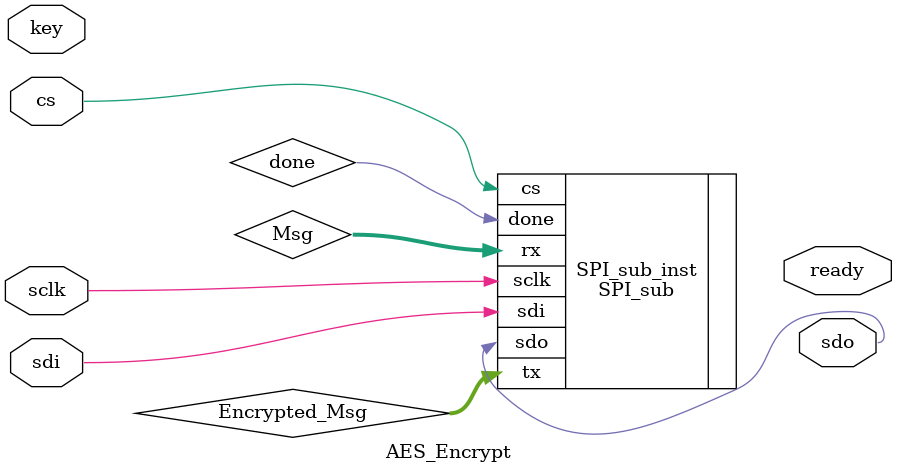
<source format=v>
module AES_Encrypt #(parameter Nr=10,parameter Nk = 4)( //Nk = 4 for 128 bit key, 6 for 192 bit key, 8 for 256 bit key
    input cs, //chip select
    input sclk,
    input sdi,
    input [32*Nk-1:0] key,
    output sdo,
    output ready
);

SPI_sub #(.DATA_OUT(128)) SPI_sub_inst(
    .cs(cs),
    .sclk(sclk),
    .sdi(sdi),
    .tx(Encrypted_Msg), //to be sent
    .rx(Msg), //to be received
    .sdo(sdo),
    .done(done)
);

reg [127:0] Msg,Encrypted_Msg;

wire [(128*(Nr+1))-1:0] AllKeys;
wire [127:0] states [Nr+1:0];
wire [127:0] pSub,aSub;

//key expansion




endmodule
</source>
